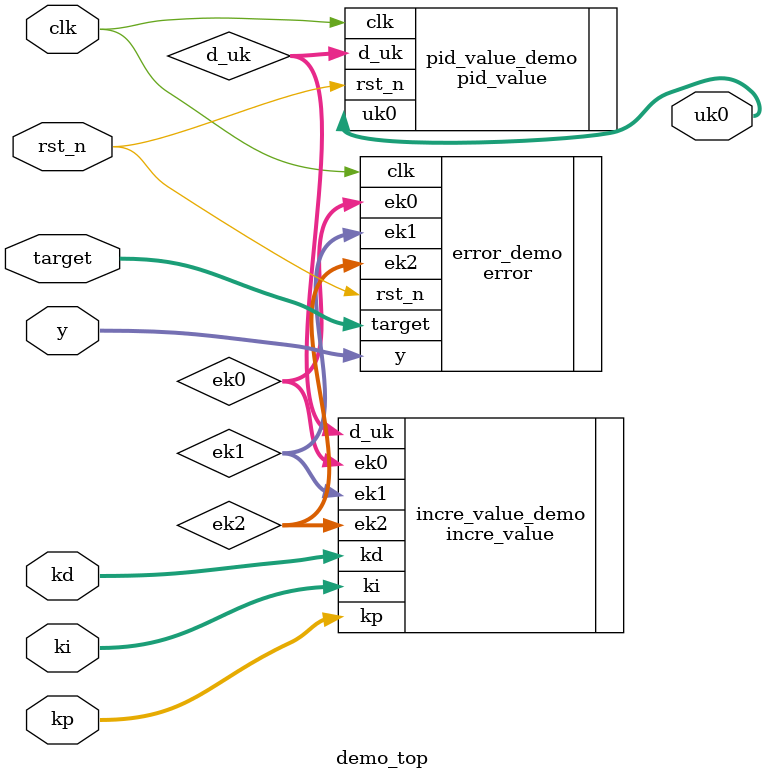
<source format=v>
`include "error.v"
`include "incre_value.v"
`include "pid_value.v"
module  demo_top(
	//system signals
	input		clk						, // 时钟信号
	input		rst_n					, // 复位信号，低电平有效
	input		signed [31:0]		target	, // 目标值
	input		signed [31:0]		   y	, // 实际输出值
	input		[15:0]		  kp	, // 比例系数
	input		[15:0]		  ki	, // 积分系数
	input		[15:0]		  kd	, // 微分系数
	output		signed [31:0]	      uk0	  // pid输出值
);
 
wire	signed [31:0] ek0; // e(k)
wire	signed [31:0] ek1; // e(k-1)
wire	signed [31:0] ek2; // e(k-2)
error error_demo(.clk(clk),
				 .rst_n(rst_n),
				 .target(target),
				 .y(y),
				 .ek0(ek0),
				 .ek1(ek1),
				 .ek2(ek2)
	            );
 
 
wire signed [31:0] d_uk;// pid增量
incre_value incre_value_demo(.ek0(ek0),
							 .ek1(ek1),
							 .ek2(ek2),
							 .kp(kp),
							 .ki(ki),
							 .kd(kd),
							 .d_uk(d_uk)
				             );
 
pid_value pid_value_demo(.clk(clk),
						 .rst_n(rst_n),
						 .d_uk(d_uk),
						 .uk0(uk0)
				        );
 
endmodule
</source>
